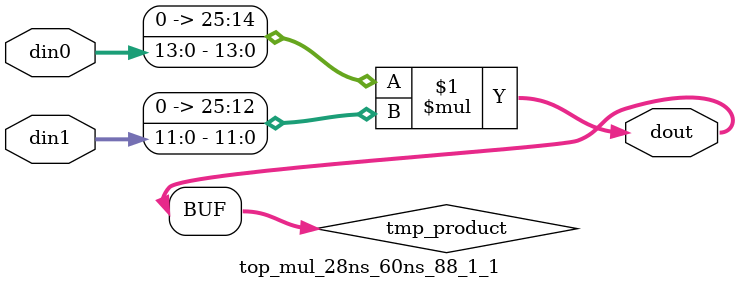
<source format=v>

`timescale 1 ns / 1 ps

  module top_mul_28ns_60ns_88_1_1(din0, din1, dout);
parameter ID = 1;
parameter NUM_STAGE = 0;
parameter din0_WIDTH = 14;
parameter din1_WIDTH = 12;
parameter dout_WIDTH = 26;

input [din0_WIDTH - 1 : 0] din0; 
input [din1_WIDTH - 1 : 0] din1; 
output [dout_WIDTH - 1 : 0] dout;

wire signed [dout_WIDTH - 1 : 0] tmp_product;










assign tmp_product = $signed({1'b0, din0}) * $signed({1'b0, din1});











assign dout = tmp_product;







endmodule

</source>
